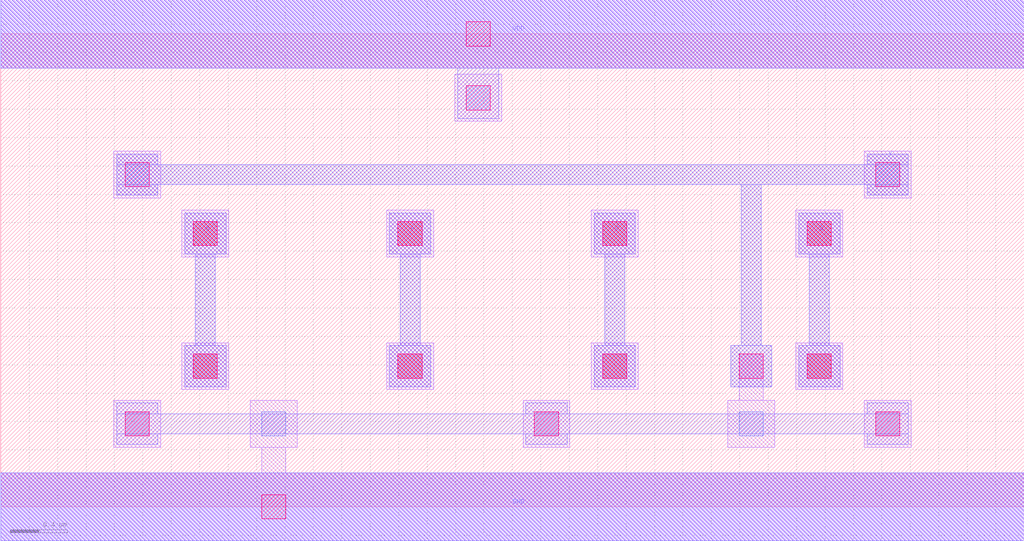
<source format=lef>
MACRO OAI22X1
 CLASS CORE ;
 FOREIGN OAI22X1 0 0 ;
 SIZE 7.2 BY 3.33 ;
 ORIGIN 0 0 ;
 SYMMETRY X Y R90 ;
 SITE unit ;
  PIN VDD
   DIRECTION INOUT ;
   USE POWER ;
   SHAPE ABUTMENT ;
    PORT
     CLASS CORE ;
       LAYER li1 ;
        RECT 0.00000000 3.09000000 7.20000000 3.57000000 ;
       LAYER met1 ;
        RECT 0.00000000 3.09000000 7.20000000 3.57000000 ;
    END
  END VDD

  PIN GND
   DIRECTION INOUT ;
   USE POWER ;
   SHAPE ABUTMENT ;
    PORT
     CLASS CORE ;
       LAYER li1 ;
        RECT 0.00000000 -0.24000000 7.20000000 0.24000000 ;
       LAYER met1 ;
        RECT 0.00000000 -0.24000000 7.20000000 0.24000000 ;
    END
  END GND

  PIN Y
   DIRECTION INOUT ;
   USE SIGNAL ;
   SHAPE ABUTMENT ;
    PORT
     CLASS CORE ;
       LAYER met1 ;
        RECT 5.13500000 0.84500000 5.42500000 1.13500000 ;
        RECT 0.81500000 2.19500000 1.10500000 2.27000000 ;
        RECT 5.21000000 1.13500000 5.35000000 2.27000000 ;
        RECT 6.09500000 2.19500000 6.38500000 2.27000000 ;
        RECT 0.81500000 2.27000000 6.38500000 2.41000000 ;
        RECT 0.81500000 2.41000000 1.10500000 2.48500000 ;
        RECT 6.09500000 2.41000000 6.38500000 2.48500000 ;
    END
  END Y

  PIN C
   DIRECTION INOUT ;
   USE SIGNAL ;
   SHAPE ABUTMENT ;
    PORT
     CLASS CORE ;
       LAYER met1 ;
        RECT 4.17500000 0.84500000 4.46500000 1.13500000 ;
        RECT 4.25000000 1.13500000 4.39000000 1.78000000 ;
        RECT 4.17500000 1.78000000 4.46500000 2.07000000 ;
    END
  END C

  PIN B
   DIRECTION INOUT ;
   USE SIGNAL ;
   SHAPE ABUTMENT ;
    PORT
     CLASS CORE ;
       LAYER met1 ;
        RECT 1.29500000 0.84500000 1.58500000 1.13500000 ;
        RECT 1.37000000 1.13500000 1.51000000 1.78000000 ;
        RECT 1.29500000 1.78000000 1.58500000 2.07000000 ;
    END
  END B

  PIN D
   DIRECTION INOUT ;
   USE SIGNAL ;
   SHAPE ABUTMENT ;
    PORT
     CLASS CORE ;
       LAYER met1 ;
        RECT 5.61500000 0.84500000 5.90500000 1.13500000 ;
        RECT 5.69000000 1.13500000 5.83000000 1.78000000 ;
        RECT 5.61500000 1.78000000 5.90500000 2.07000000 ;
    END
  END D

  PIN A
   DIRECTION INOUT ;
   USE SIGNAL ;
   SHAPE ABUTMENT ;
    PORT
     CLASS CORE ;
       LAYER met1 ;
        RECT 2.73500000 0.84500000 3.02500000 1.13500000 ;
        RECT 2.81000000 1.13500000 2.95000000 1.78000000 ;
        RECT 2.73500000 1.78000000 3.02500000 2.07000000 ;
    END
  END A

 OBS
    LAYER polycont ;
     RECT 1.35500000 0.90500000 1.52500000 1.07500000 ;
     RECT 2.79500000 0.90500000 2.96500000 1.07500000 ;
     RECT 4.23500000 0.90500000 4.40500000 1.07500000 ;
     RECT 5.67500000 0.90500000 5.84500000 1.07500000 ;
     RECT 1.35500000 1.84000000 1.52500000 2.01000000 ;
     RECT 2.79500000 1.84000000 2.96500000 2.01000000 ;
     RECT 4.23500000 1.84000000 4.40500000 2.01000000 ;
     RECT 5.67500000 1.84000000 5.84500000 2.01000000 ;

    LAYER pdiffc ;
     RECT 0.87500000 2.25500000 1.04500000 2.42500000 ;
     RECT 6.15500000 2.25500000 6.32500000 2.42500000 ;
     RECT 3.27500000 2.79500000 3.44500000 2.96500000 ;

    LAYER ndiffc ;
     RECT 0.87500000 0.50000000 1.04500000 0.67000000 ;
     RECT 1.83500000 0.50000000 2.00500000 0.67000000 ;
     RECT 3.75500000 0.50000000 3.92500000 0.67000000 ;
     RECT 5.19500000 0.50000000 5.36500000 0.67000000 ;
     RECT 6.15500000 0.50000000 6.32500000 0.67000000 ;

    LAYER li1 ;
     RECT 0.79500000 0.42000000 1.12500000 0.75000000 ;
     RECT 0.00000000 -0.24000000 7.20000000 0.24000000 ;
     RECT 1.83500000 0.24000000 2.00500000 0.42000000 ;
     RECT 1.75500000 0.42000000 2.08500000 0.75000000 ;
     RECT 3.67500000 0.42000000 4.00500000 0.75000000 ;
     RECT 6.07500000 0.42000000 6.40500000 0.75000000 ;
     RECT 5.11500000 0.42000000 5.44500000 0.75000000 ;
     RECT 5.19500000 0.75000000 5.36500000 1.07500000 ;
     RECT 1.27500000 0.82500000 1.60500000 1.15500000 ;
     RECT 2.71500000 0.82500000 3.04500000 1.15500000 ;
     RECT 4.15500000 0.82500000 4.48500000 1.15500000 ;
     RECT 5.59500000 0.82500000 5.92500000 1.15500000 ;
     RECT 1.27500000 1.76000000 1.60500000 2.09000000 ;
     RECT 2.71500000 1.76000000 3.04500000 2.09000000 ;
     RECT 4.15500000 1.76000000 4.48500000 2.09000000 ;
     RECT 5.59500000 1.76000000 5.92500000 2.09000000 ;
     RECT 0.79500000 2.17500000 1.12500000 2.50500000 ;
     RECT 6.07500000 2.17500000 6.40500000 2.50500000 ;
     RECT 3.19500000 2.71500000 3.52500000 3.04500000 ;
     RECT 0.00000000 3.09000000 7.20000000 3.57000000 ;

    LAYER viali ;
     RECT 1.83500000 -0.08500000 2.00500000 0.08500000 ;
     RECT 0.87500000 0.50000000 1.04500000 0.67000000 ;
     RECT 3.75500000 0.50000000 3.92500000 0.67000000 ;
     RECT 6.15500000 0.50000000 6.32500000 0.67000000 ;
     RECT 1.35500000 0.90500000 1.52500000 1.07500000 ;
     RECT 2.79500000 0.90500000 2.96500000 1.07500000 ;
     RECT 4.23500000 0.90500000 4.40500000 1.07500000 ;
     RECT 5.19500000 0.90500000 5.36500000 1.07500000 ;
     RECT 5.67500000 0.90500000 5.84500000 1.07500000 ;
     RECT 1.35500000 1.84000000 1.52500000 2.01000000 ;
     RECT 2.79500000 1.84000000 2.96500000 2.01000000 ;
     RECT 4.23500000 1.84000000 4.40500000 2.01000000 ;
     RECT 5.67500000 1.84000000 5.84500000 2.01000000 ;
     RECT 0.87500000 2.25500000 1.04500000 2.42500000 ;
     RECT 6.15500000 2.25500000 6.32500000 2.42500000 ;
     RECT 3.27500000 2.79500000 3.44500000 2.96500000 ;
     RECT 3.27500000 3.24500000 3.44500000 3.41500000 ;

    LAYER met1 ;
     RECT 0.00000000 -0.24000000 7.20000000 0.24000000 ;
     RECT 0.81500000 0.44000000 1.10500000 0.51500000 ;
     RECT 3.69500000 0.44000000 3.98500000 0.51500000 ;
     RECT 6.09500000 0.44000000 6.38500000 0.51500000 ;
     RECT 0.81500000 0.51500000 6.38500000 0.65500000 ;
     RECT 0.81500000 0.65500000 1.10500000 0.73000000 ;
     RECT 3.69500000 0.65500000 3.98500000 0.73000000 ;
     RECT 6.09500000 0.65500000 6.38500000 0.73000000 ;
     RECT 1.29500000 0.84500000 1.58500000 1.13500000 ;
     RECT 1.37000000 1.13500000 1.51000000 1.78000000 ;
     RECT 1.29500000 1.78000000 1.58500000 2.07000000 ;
     RECT 2.73500000 0.84500000 3.02500000 1.13500000 ;
     RECT 2.81000000 1.13500000 2.95000000 1.78000000 ;
     RECT 2.73500000 1.78000000 3.02500000 2.07000000 ;
     RECT 4.17500000 0.84500000 4.46500000 1.13500000 ;
     RECT 4.25000000 1.13500000 4.39000000 1.78000000 ;
     RECT 4.17500000 1.78000000 4.46500000 2.07000000 ;
     RECT 5.61500000 0.84500000 5.90500000 1.13500000 ;
     RECT 5.69000000 1.13500000 5.83000000 1.78000000 ;
     RECT 5.61500000 1.78000000 5.90500000 2.07000000 ;
     RECT 5.13500000 0.84500000 5.42500000 1.13500000 ;
     RECT 0.81500000 2.19500000 1.10500000 2.27000000 ;
     RECT 5.21000000 1.13500000 5.35000000 2.27000000 ;
     RECT 6.09500000 2.19500000 6.38500000 2.27000000 ;
     RECT 0.81500000 2.27000000 6.38500000 2.41000000 ;
     RECT 0.81500000 2.41000000 1.10500000 2.48500000 ;
     RECT 6.09500000 2.41000000 6.38500000 2.48500000 ;
     RECT 3.21500000 2.73500000 3.50500000 3.09000000 ;
     RECT 0.00000000 3.09000000 7.20000000 3.57000000 ;

 END
END OAI22X1

</source>
